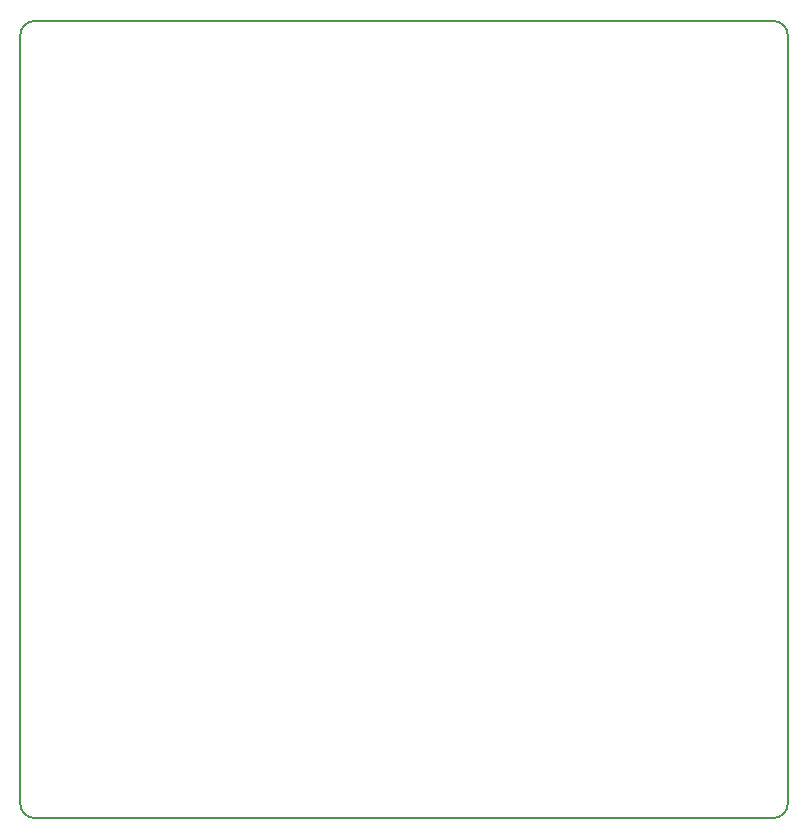
<source format=gbr>
G04 #@! TF.FileFunction,Profile,NP*
%FSLAX46Y46*%
G04 Gerber Fmt 4.6, Leading zero omitted, Abs format (unit mm)*
G04 Created by KiCad (PCBNEW 4.0.7-e2-6376~58~ubuntu16.04.1) date Wed Sep  5 16:40:10 2018*
%MOMM*%
%LPD*%
G01*
G04 APERTURE LIST*
%ADD10C,0.100000*%
%ADD11C,0.150000*%
G04 APERTURE END LIST*
D10*
D11*
X102500000Y-93750000D02*
G75*
G03X103750000Y-95000000I1250000J0D01*
G01*
X166250000Y-95000000D02*
G75*
G03X167500000Y-93750000I0J1250000D01*
G01*
X167500000Y-28750000D02*
G75*
G03X166250000Y-27500000I-1250000J0D01*
G01*
X103750000Y-27500000D02*
G75*
G03X102500000Y-28750000I0J-1250000D01*
G01*
X167500000Y-28750000D02*
X167500000Y-93750000D01*
X103750000Y-27500000D02*
X166250000Y-27500000D01*
X102500000Y-93750000D02*
X102500000Y-28750000D01*
X166250000Y-95000000D02*
X103750000Y-95000000D01*
M02*

</source>
